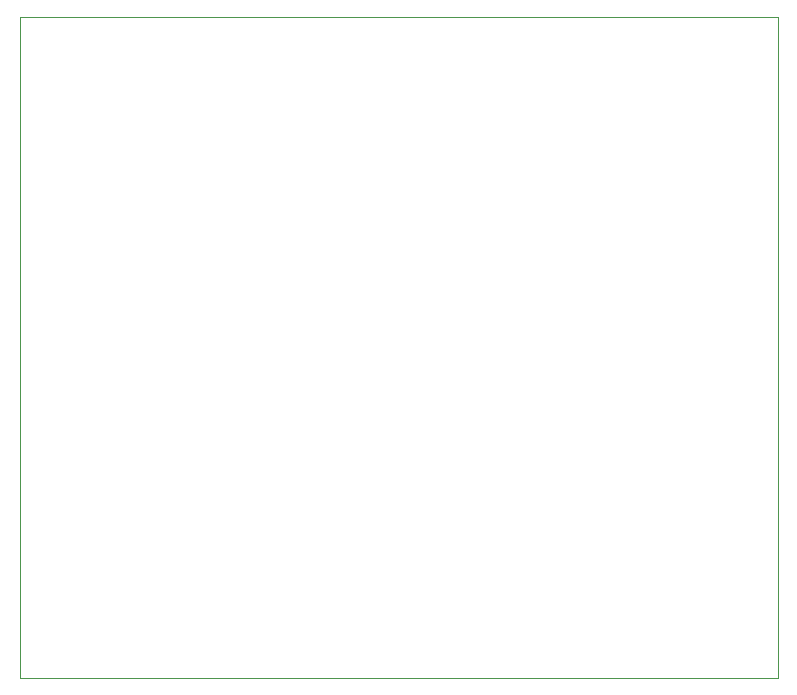
<source format=gm1>
G04 #@! TF.GenerationSoftware,KiCad,Pcbnew,7.0.9-7.0.9~ubuntu22.04.1*
G04 #@! TF.CreationDate,2023-11-26T22:36:36+01:00*
G04 #@! TF.ProjectId,MicroPicoDrive,4d696372-6f50-4696-936f-44726976652e,1.4.1*
G04 #@! TF.SameCoordinates,Original*
G04 #@! TF.FileFunction,Profile,NP*
%FSLAX46Y46*%
G04 Gerber Fmt 4.6, Leading zero omitted, Abs format (unit mm)*
G04 Created by KiCad (PCBNEW 7.0.9-7.0.9~ubuntu22.04.1) date 2023-11-26 22:36:36*
%MOMM*%
%LPD*%
G01*
G04 APERTURE LIST*
G04 #@! TA.AperFunction,Profile*
%ADD10C,0.100000*%
G04 #@! TD*
G04 APERTURE END LIST*
D10*
X115765000Y-75100000D02*
X179965000Y-75100000D01*
X179965000Y-131050000D01*
X115765000Y-131050000D01*
X115765000Y-75100000D01*
M02*

</source>
